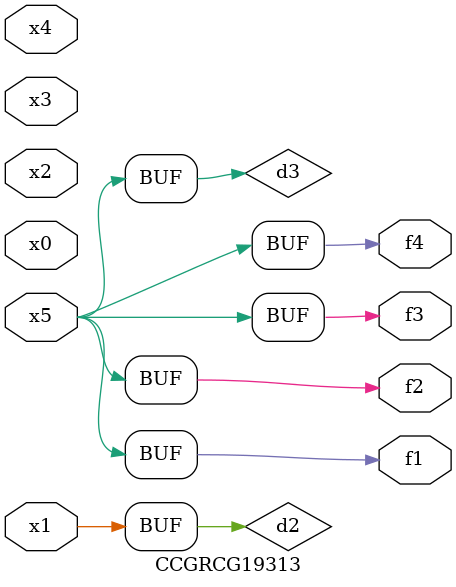
<source format=v>
module CCGRCG19313(
	input x0, x1, x2, x3, x4, x5,
	output f1, f2, f3, f4
);

	wire d1, d2, d3;

	not (d1, x5);
	or (d2, x1);
	xnor (d3, d1);
	assign f1 = d3;
	assign f2 = d3;
	assign f3 = d3;
	assign f4 = d3;
endmodule

</source>
